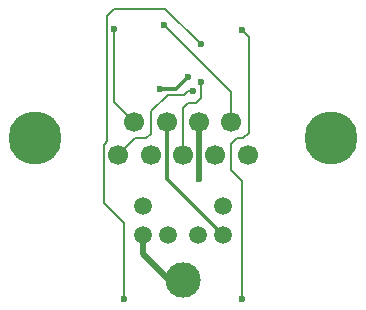
<source format=gtl>
G04 #@! TF.FileFunction,Copper,L1,Top,Signal*
%FSLAX46Y46*%
G04 Gerber Fmt 4.6, Leading zero omitted, Abs format (unit mm)*
G04 Created by KiCad (PCBNEW 4.0.5) date 07/07/17 12:51:05*
%MOMM*%
%LPD*%
G01*
G04 APERTURE LIST*
%ADD10C,0.100000*%
%ADD11C,3.000000*%
%ADD12C,1.500000*%
%ADD13C,4.500000*%
%ADD14C,1.700000*%
%ADD15C,0.600000*%
%ADD16C,0.300000*%
%ADD17C,0.500000*%
%ADD18C,0.200000*%
G04 APERTURE END LIST*
D10*
D11*
X151000000Y-109000000D03*
D12*
X149700000Y-105200000D03*
X152300000Y-105200000D03*
X154400000Y-105200000D03*
X147600000Y-105200000D03*
X154400000Y-102700000D03*
X147600000Y-102700000D03*
D13*
X138500000Y-97000000D03*
X163500000Y-97000000D03*
D14*
X145520000Y-98420000D03*
X148260000Y-98420000D03*
X151000000Y-98420000D03*
X153740000Y-98420000D03*
X156480000Y-98420000D03*
X146890000Y-95580000D03*
X149630000Y-95580000D03*
X152370000Y-95580000D03*
X155110000Y-95580000D03*
D15*
X151400000Y-91800000D03*
X149100000Y-92800000D03*
X152400000Y-100400000D03*
X151855660Y-92944340D03*
X152500000Y-92200000D03*
X145200000Y-87700000D03*
X149400000Y-87400000D03*
X156000000Y-110600000D03*
X156000000Y-87800000D03*
X146000000Y-110600000D03*
X152500000Y-89000000D03*
D16*
X150656421Y-92543579D02*
X151400000Y-91800000D01*
X149100000Y-92800000D02*
X150400000Y-92800000D01*
X150400000Y-92800000D02*
X150656421Y-92543579D01*
X154400000Y-105200000D02*
X149630000Y-100430000D01*
X149630000Y-100430000D02*
X149630000Y-95580000D01*
D17*
X152370000Y-95580000D02*
X152370000Y-100370000D01*
X152370000Y-100370000D02*
X152400000Y-100400000D01*
X147600000Y-105200000D02*
X147600000Y-106800000D01*
X147600000Y-106800000D02*
X149800000Y-109000000D01*
X149800000Y-109000000D02*
X151000000Y-109000000D01*
D16*
X152400000Y-95610000D02*
X152370000Y-95580000D01*
D18*
X147900000Y-97000000D02*
X146940000Y-97000000D01*
X146940000Y-97000000D02*
X145520000Y-98420000D01*
X148300000Y-96600000D02*
X147900000Y-97000000D01*
X148300000Y-94700000D02*
X148300000Y-96600000D01*
X149700000Y-93300000D02*
X148300000Y-94700000D01*
X151075736Y-93300000D02*
X149700000Y-93300000D01*
X151855660Y-92944340D02*
X151431396Y-92944340D01*
X151431396Y-92944340D02*
X151075736Y-93300000D01*
X151400000Y-94000000D02*
X151000000Y-94400000D01*
X151000000Y-94400000D02*
X151000000Y-98420000D01*
X152100000Y-94000000D02*
X151400000Y-94000000D01*
X152500000Y-93600000D02*
X152100000Y-94000000D01*
X152500000Y-92200000D02*
X152500000Y-93600000D01*
X145200000Y-87700000D02*
X145200000Y-93890000D01*
X145200000Y-93890000D02*
X146890000Y-95580000D01*
X149400000Y-87400000D02*
X155110000Y-93110000D01*
X155110000Y-93110000D02*
X155110000Y-95580000D01*
X156000000Y-100600000D02*
X156000000Y-110600000D01*
X155100000Y-99700000D02*
X156000000Y-100600000D01*
X155100000Y-97500000D02*
X155100000Y-99700000D01*
X155600000Y-97000000D02*
X155100000Y-97500000D01*
X156100000Y-97000000D02*
X155600000Y-97000000D01*
X156600000Y-96500000D02*
X156100000Y-97000000D01*
X156600000Y-88400000D02*
X156600000Y-96500000D01*
X156000000Y-87800000D02*
X156600000Y-88400000D01*
X144300000Y-102500000D02*
X146000000Y-104200000D01*
X146000000Y-104200000D02*
X146000000Y-110600000D01*
X144300000Y-97500000D02*
X144300000Y-102500000D01*
X144369999Y-97430001D02*
X144300000Y-97500000D01*
X144600000Y-97200000D02*
X144369999Y-97430001D01*
X144600000Y-89300000D02*
X144600000Y-97200000D01*
X144599999Y-89299999D02*
X144600000Y-89300000D01*
X145200000Y-86000000D02*
X144599999Y-86600001D01*
X144599999Y-86600001D02*
X144599999Y-89299999D01*
X149500000Y-86000000D02*
X145200000Y-86000000D01*
X152500000Y-89000000D02*
X149500000Y-86000000D01*
M02*

</source>
